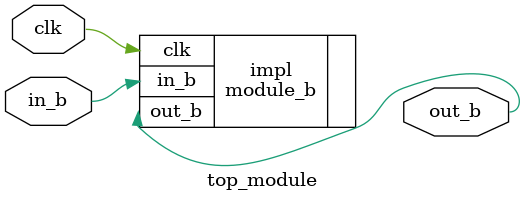
<source format=v>
module top_module (
    input wire clk,
    input wire in_b,
    output wire out_b
);
  module_b impl (.clk, .in_b, .out_b);
endmodule

</source>
